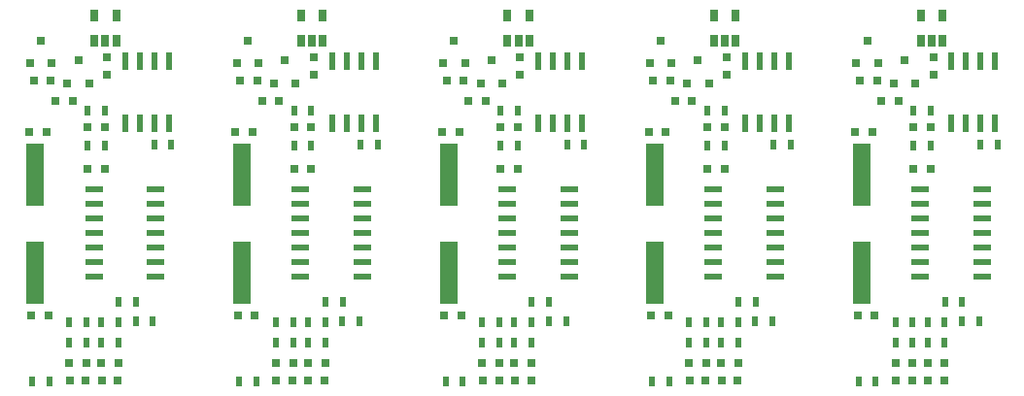
<source format=gbr>
G04 #@! TF.GenerationSoftware,KiCad,Pcbnew,no-vcs-found-097f89d~58~ubuntu16.04.1*
G04 #@! TF.CreationDate,2017-05-03T08:34:00+03:00*
G04 #@! TF.ProjectId,rs485-moist-sensor-pannel,72733438352D6D6F6973742D73656E73,rev?*
G04 #@! TF.FileFunction,Paste,Top*
G04 #@! TF.FilePolarity,Positive*
%FSLAX46Y46*%
G04 Gerber Fmt 4.6, Leading zero omitted, Abs format (unit mm)*
G04 Created by KiCad (PCBNEW no-vcs-found-097f89d~58~ubuntu16.04.1) date Wed May  3 08:34:00 2017*
%MOMM*%
%LPD*%
G01*
G04 APERTURE LIST*
%ADD10C,0.100000*%
%ADD11R,0.494000X0.894000*%
%ADD12R,0.794000X0.744000*%
%ADD13R,0.594000X1.544000*%
%ADD14R,0.794000X0.694000*%
%ADD15R,1.494000X0.594000*%
%ADD16R,1.494000X5.494000*%
%ADD17R,0.744000X0.794000*%
%ADD18R,0.794100X0.794100*%
%ADD19R,0.644000X1.054000*%
G04 APERTURE END LIST*
D10*
D11*
X142750000Y-56750000D03*
X144250000Y-56750000D03*
X147460000Y-51562000D03*
X145960000Y-51562000D03*
X148754000Y-51562000D03*
X150254000Y-51562000D03*
D12*
X148754000Y-55118000D03*
X150254000Y-55118000D03*
D11*
X150254000Y-53340000D03*
X148754000Y-53340000D03*
X145960000Y-53340000D03*
X147460000Y-53340000D03*
D12*
X147550000Y-38200000D03*
X149050000Y-38200000D03*
D13*
X150845000Y-28800000D03*
X152115000Y-28800000D03*
X153385000Y-28800000D03*
X154655000Y-28800000D03*
X154655000Y-34200000D03*
X153385000Y-34200000D03*
X152115000Y-34200000D03*
X150845000Y-34200000D03*
D12*
X142450000Y-35000000D03*
X143950000Y-35000000D03*
D14*
X150204000Y-56642000D03*
X148804000Y-56642000D03*
D11*
X150278000Y-49784000D03*
X151778000Y-49784000D03*
X151750000Y-51500000D03*
X153250000Y-51500000D03*
D12*
X142650000Y-51000000D03*
X144150000Y-51000000D03*
D15*
X148100000Y-39990000D03*
X148100000Y-41260000D03*
X148100000Y-42530000D03*
X148100000Y-43800000D03*
X148100000Y-45070000D03*
X148100000Y-46340000D03*
X148100000Y-47610000D03*
X153500000Y-47610000D03*
X153500000Y-46340000D03*
X153500000Y-45070000D03*
X153500000Y-43800000D03*
X153500000Y-42530000D03*
X153500000Y-41260000D03*
X153500000Y-39990000D03*
D11*
X135250000Y-51500000D03*
X133750000Y-51500000D03*
X133778000Y-49784000D03*
X132278000Y-49784000D03*
X132254000Y-51562000D03*
X130754000Y-51562000D03*
X126250000Y-56750000D03*
X124750000Y-56750000D03*
X127960000Y-51562000D03*
X129460000Y-51562000D03*
D12*
X132254000Y-55118000D03*
X130754000Y-55118000D03*
D13*
X132845000Y-34200000D03*
X134115000Y-34200000D03*
X135385000Y-34200000D03*
X136655000Y-34200000D03*
X136655000Y-28800000D03*
X135385000Y-28800000D03*
X134115000Y-28800000D03*
X132845000Y-28800000D03*
D11*
X129550000Y-36200000D03*
X131050000Y-36200000D03*
D12*
X129550000Y-34600000D03*
X131050000Y-34600000D03*
X125950000Y-35000000D03*
X124450000Y-35000000D03*
D14*
X130804000Y-56642000D03*
X132204000Y-56642000D03*
D11*
X130754000Y-53340000D03*
X132254000Y-53340000D03*
X129460000Y-53340000D03*
X127960000Y-53340000D03*
D12*
X131050000Y-38200000D03*
X129550000Y-38200000D03*
X126150000Y-51000000D03*
X124650000Y-51000000D03*
D16*
X125000000Y-38750000D03*
X125000000Y-47250000D03*
D12*
X127960000Y-55118000D03*
X129460000Y-55118000D03*
D14*
X128010000Y-56642000D03*
X129410000Y-56642000D03*
D11*
X136850000Y-36100000D03*
X135350000Y-36100000D03*
D15*
X135500000Y-39990000D03*
X135500000Y-41260000D03*
X135500000Y-42530000D03*
X135500000Y-43800000D03*
X135500000Y-45070000D03*
X135500000Y-46340000D03*
X135500000Y-47610000D03*
X130100000Y-47610000D03*
X130100000Y-46340000D03*
X130100000Y-45070000D03*
X130100000Y-43800000D03*
X130100000Y-42530000D03*
X130100000Y-41260000D03*
X130100000Y-39990000D03*
D12*
X144750000Y-32250000D03*
X146250000Y-32250000D03*
D11*
X149050000Y-36200000D03*
X147550000Y-36200000D03*
D16*
X143000000Y-47250000D03*
X143000000Y-38750000D03*
D12*
X147460000Y-55118000D03*
X145960000Y-55118000D03*
X149050000Y-34600000D03*
X147550000Y-34600000D03*
D11*
X153350000Y-36100000D03*
X154850000Y-36100000D03*
D14*
X147410000Y-56642000D03*
X146010000Y-56642000D03*
D17*
X149250000Y-28500000D03*
X149250000Y-30000000D03*
D12*
X128250000Y-32250000D03*
X126750000Y-32250000D03*
D17*
X131250000Y-30000000D03*
X131250000Y-28500000D03*
D12*
X126350000Y-30500000D03*
X124850000Y-30500000D03*
D18*
X124550000Y-29000760D03*
X126450000Y-29000760D03*
X125500000Y-27001780D03*
X127800000Y-30750760D03*
X129700000Y-30750760D03*
X128750000Y-28751780D03*
D19*
X130150000Y-24800000D03*
X132050000Y-24800000D03*
X132050000Y-27000000D03*
X131100000Y-27000000D03*
X130150000Y-27000000D03*
D11*
X129550000Y-33100000D03*
X131050000Y-33100000D03*
D18*
X143500000Y-27001780D03*
X144450000Y-29000760D03*
X142550000Y-29000760D03*
D11*
X149050000Y-33100000D03*
X147550000Y-33100000D03*
D18*
X146750000Y-28751780D03*
X147700000Y-30750760D03*
X145800000Y-30750760D03*
D19*
X148150000Y-27000000D03*
X149100000Y-27000000D03*
X150050000Y-27000000D03*
X150050000Y-24800000D03*
X148150000Y-24800000D03*
D12*
X142850000Y-30500000D03*
X144350000Y-30500000D03*
D11*
X117250000Y-51500000D03*
X115750000Y-51500000D03*
X115778000Y-49784000D03*
X114278000Y-49784000D03*
X114254000Y-51562000D03*
X112754000Y-51562000D03*
X108250000Y-56750000D03*
X106750000Y-56750000D03*
X109960000Y-51562000D03*
X111460000Y-51562000D03*
D12*
X114254000Y-55118000D03*
X112754000Y-55118000D03*
D13*
X114845000Y-34200000D03*
X116115000Y-34200000D03*
X117385000Y-34200000D03*
X118655000Y-34200000D03*
X118655000Y-28800000D03*
X117385000Y-28800000D03*
X116115000Y-28800000D03*
X114845000Y-28800000D03*
D11*
X111550000Y-36200000D03*
X113050000Y-36200000D03*
D12*
X111550000Y-34600000D03*
X113050000Y-34600000D03*
X107950000Y-35000000D03*
X106450000Y-35000000D03*
D14*
X112804000Y-56642000D03*
X114204000Y-56642000D03*
D11*
X112754000Y-53340000D03*
X114254000Y-53340000D03*
X111460000Y-53340000D03*
X109960000Y-53340000D03*
D12*
X113050000Y-38200000D03*
X111550000Y-38200000D03*
X108150000Y-51000000D03*
X106650000Y-51000000D03*
D16*
X107000000Y-38750000D03*
X107000000Y-47250000D03*
D12*
X109960000Y-55118000D03*
X111460000Y-55118000D03*
D14*
X110010000Y-56642000D03*
X111410000Y-56642000D03*
D11*
X118850000Y-36100000D03*
X117350000Y-36100000D03*
D15*
X117500000Y-39990000D03*
X117500000Y-41260000D03*
X117500000Y-42530000D03*
X117500000Y-43800000D03*
X117500000Y-45070000D03*
X117500000Y-46340000D03*
X117500000Y-47610000D03*
X112100000Y-47610000D03*
X112100000Y-46340000D03*
X112100000Y-45070000D03*
X112100000Y-43800000D03*
X112100000Y-42530000D03*
X112100000Y-41260000D03*
X112100000Y-39990000D03*
D12*
X110250000Y-32250000D03*
X108750000Y-32250000D03*
D17*
X113250000Y-30000000D03*
X113250000Y-28500000D03*
D12*
X108350000Y-30500000D03*
X106850000Y-30500000D03*
D18*
X106550000Y-29000760D03*
X108450000Y-29000760D03*
X107500000Y-27001780D03*
X109800000Y-30750760D03*
X111700000Y-30750760D03*
X110750000Y-28751780D03*
D19*
X112150000Y-24800000D03*
X114050000Y-24800000D03*
X114050000Y-27000000D03*
X113100000Y-27000000D03*
X112150000Y-27000000D03*
D11*
X111550000Y-33100000D03*
X113050000Y-33100000D03*
D14*
X93410000Y-56642000D03*
X92010000Y-56642000D03*
X96204000Y-56642000D03*
X94804000Y-56642000D03*
D15*
X94100000Y-39990000D03*
X94100000Y-41260000D03*
X94100000Y-42530000D03*
X94100000Y-43800000D03*
X94100000Y-45070000D03*
X94100000Y-46340000D03*
X94100000Y-47610000D03*
X99500000Y-47610000D03*
X99500000Y-46340000D03*
X99500000Y-45070000D03*
X99500000Y-43800000D03*
X99500000Y-42530000D03*
X99500000Y-41260000D03*
X99500000Y-39990000D03*
D13*
X96845000Y-28800000D03*
X98115000Y-28800000D03*
X99385000Y-28800000D03*
X100655000Y-28800000D03*
X100655000Y-34200000D03*
X99385000Y-34200000D03*
X98115000Y-34200000D03*
X96845000Y-34200000D03*
D18*
X92750000Y-28751780D03*
X93700000Y-30750760D03*
X91800000Y-30750760D03*
X89500000Y-27001780D03*
X90450000Y-29000760D03*
X88550000Y-29000760D03*
D16*
X89000000Y-47250000D03*
X89000000Y-38750000D03*
D12*
X88650000Y-51000000D03*
X90150000Y-51000000D03*
X88450000Y-35000000D03*
X89950000Y-35000000D03*
X93550000Y-38200000D03*
X95050000Y-38200000D03*
X93460000Y-55118000D03*
X91960000Y-55118000D03*
X94754000Y-55118000D03*
X96254000Y-55118000D03*
X95050000Y-34600000D03*
X93550000Y-34600000D03*
D11*
X95050000Y-36200000D03*
X93550000Y-36200000D03*
X96278000Y-49784000D03*
X97778000Y-49784000D03*
X88750000Y-56750000D03*
X90250000Y-56750000D03*
X93460000Y-51562000D03*
X91960000Y-51562000D03*
X94754000Y-51562000D03*
X96254000Y-51562000D03*
X91960000Y-53340000D03*
X93460000Y-53340000D03*
X96254000Y-53340000D03*
X94754000Y-53340000D03*
X97750000Y-51500000D03*
X99250000Y-51500000D03*
D12*
X90750000Y-32250000D03*
X92250000Y-32250000D03*
X88850000Y-30500000D03*
X90350000Y-30500000D03*
D17*
X95250000Y-28500000D03*
X95250000Y-30000000D03*
D19*
X94150000Y-27000000D03*
X95100000Y-27000000D03*
X96050000Y-27000000D03*
X96050000Y-24800000D03*
X94150000Y-24800000D03*
D11*
X95050000Y-33100000D03*
X93550000Y-33100000D03*
X99350000Y-36100000D03*
X100850000Y-36100000D03*
D14*
X165410000Y-56642000D03*
X164010000Y-56642000D03*
X168204000Y-56642000D03*
X166804000Y-56642000D03*
D15*
X166100000Y-39990000D03*
X166100000Y-41260000D03*
X166100000Y-42530000D03*
X166100000Y-43800000D03*
X166100000Y-45070000D03*
X166100000Y-46340000D03*
X166100000Y-47610000D03*
X171500000Y-47610000D03*
X171500000Y-46340000D03*
X171500000Y-45070000D03*
X171500000Y-43800000D03*
X171500000Y-42530000D03*
X171500000Y-41260000D03*
X171500000Y-39990000D03*
D13*
X168845000Y-28800000D03*
X170115000Y-28800000D03*
X171385000Y-28800000D03*
X172655000Y-28800000D03*
X172655000Y-34200000D03*
X171385000Y-34200000D03*
X170115000Y-34200000D03*
X168845000Y-34200000D03*
D18*
X164750000Y-28751780D03*
X165700000Y-30750760D03*
X163800000Y-30750760D03*
X161500000Y-27001780D03*
X162450000Y-29000760D03*
X160550000Y-29000760D03*
D16*
X161000000Y-47250000D03*
X161000000Y-38750000D03*
D12*
X160650000Y-51000000D03*
X162150000Y-51000000D03*
X160450000Y-35000000D03*
X161950000Y-35000000D03*
X165550000Y-38200000D03*
X167050000Y-38200000D03*
X165460000Y-55118000D03*
X163960000Y-55118000D03*
X166754000Y-55118000D03*
X168254000Y-55118000D03*
X167050000Y-34600000D03*
X165550000Y-34600000D03*
D11*
X167050000Y-36200000D03*
X165550000Y-36200000D03*
X168278000Y-49784000D03*
X169778000Y-49784000D03*
X160750000Y-56750000D03*
X162250000Y-56750000D03*
X165460000Y-51562000D03*
X163960000Y-51562000D03*
X166754000Y-51562000D03*
X168254000Y-51562000D03*
X163960000Y-53340000D03*
X165460000Y-53340000D03*
X168254000Y-53340000D03*
X166754000Y-53340000D03*
X169750000Y-51500000D03*
X171250000Y-51500000D03*
D12*
X162750000Y-32250000D03*
X164250000Y-32250000D03*
X160850000Y-30500000D03*
X162350000Y-30500000D03*
D17*
X167250000Y-28500000D03*
X167250000Y-30000000D03*
D19*
X166150000Y-27000000D03*
X167100000Y-27000000D03*
X168050000Y-27000000D03*
X168050000Y-24800000D03*
X166150000Y-24800000D03*
D11*
X167050000Y-33100000D03*
X165550000Y-33100000D03*
X171350000Y-36100000D03*
X172850000Y-36100000D03*
M02*

</source>
